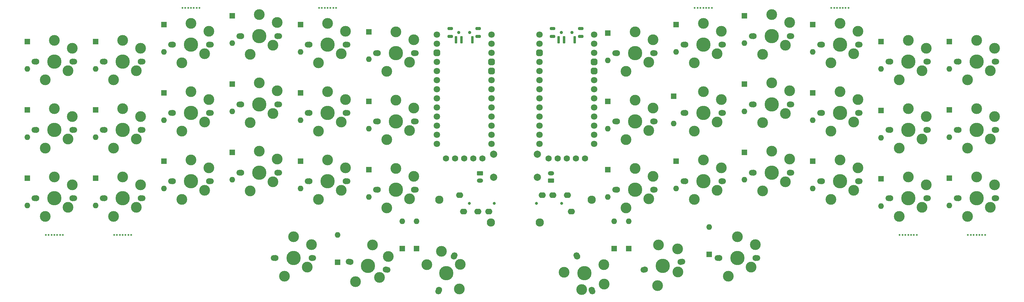
<source format=gts>
G04 #@! TF.GenerationSoftware,KiCad,Pcbnew,8.0.4*
G04 #@! TF.CreationDate,2025-02-19T18:48:15+13:00*
G04 #@! TF.ProjectId,Corne V4 Pro Micro Edition,436f726e-6520-4563-9420-50726f204d69,4.0.0*
G04 #@! TF.SameCoordinates,Original*
G04 #@! TF.FileFunction,Soldermask,Top*
G04 #@! TF.FilePolarity,Negative*
%FSLAX46Y46*%
G04 Gerber Fmt 4.6, Leading zero omitted, Abs format (unit mm)*
G04 Created by KiCad (PCBNEW 8.0.4) date 2025-02-19 18:48:15*
%MOMM*%
%LPD*%
G01*
G04 APERTURE LIST*
G04 Aperture macros list*
%AMRoundRect*
0 Rectangle with rounded corners*
0 $1 Rounding radius*
0 $2 $3 $4 $5 $6 $7 $8 $9 X,Y pos of 4 corners*
0 Add a 4 corners polygon primitive as box body*
4,1,4,$2,$3,$4,$5,$6,$7,$8,$9,$2,$3,0*
0 Add four circle primitives for the rounded corners*
1,1,$1+$1,$2,$3*
1,1,$1+$1,$4,$5*
1,1,$1+$1,$6,$7*
1,1,$1+$1,$8,$9*
0 Add four rect primitives between the rounded corners*
20,1,$1+$1,$2,$3,$4,$5,0*
20,1,$1+$1,$4,$5,$6,$7,0*
20,1,$1+$1,$6,$7,$8,$9,0*
20,1,$1+$1,$8,$9,$2,$3,0*%
G04 Aperture macros list end*
%ADD10C,0.500000*%
%ADD11C,1.800000*%
%ADD12RoundRect,0.450000X-0.450000X-0.450000X0.450000X-0.450000X0.450000X0.450000X-0.450000X0.450000X0*%
%ADD13C,2.300000*%
%ADD14C,2.000000*%
%ADD15RoundRect,0.250000X0.625000X-0.350000X0.625000X0.350000X-0.625000X0.350000X-0.625000X-0.350000X0*%
%ADD16O,1.750000X1.200000*%
%ADD17RoundRect,0.250000X0.500000X0.150000X-0.500000X0.150000X-0.500000X-0.150000X0.500000X-0.150000X0*%
%ADD18C,0.900000*%
%ADD19RoundRect,0.125000X0.225000X0.875000X-0.225000X0.875000X-0.225000X-0.875000X0.225000X-0.875000X0*%
%ADD20C,0.800000*%
%ADD21O,2.000000X1.600000*%
%ADD22C,1.752600*%
%ADD23RoundRect,0.250000X-0.625000X0.350000X-0.625000X-0.350000X0.625000X-0.350000X0.625000X0.350000X0*%
%ADD24C,1.700000*%
%ADD25C,1.750000*%
%ADD26C,3.000000*%
%ADD27C,3.987800*%
%ADD28O,1.600000X1.600000*%
%ADD29R,1.600000X1.600000*%
G04 APERTURE END LIST*
D10*
X65897337Y-116661250D03*
X66689004Y-116661250D03*
X67480670Y-116661250D03*
X68272337Y-116661250D03*
X69064004Y-116661250D03*
X69855670Y-116661250D03*
X70647337Y-116661250D03*
X142097337Y-53348750D03*
X142889004Y-53348750D03*
X143680670Y-53348750D03*
X144472337Y-53348750D03*
X145264004Y-53348750D03*
X146055670Y-53348750D03*
X146847337Y-53348750D03*
D11*
X190192337Y-63320000D03*
X190192337Y-65860000D03*
D12*
X190192337Y-68400000D03*
X190192337Y-70940000D03*
D11*
X190192337Y-73480000D03*
X190192337Y-76020000D03*
X190192337Y-78560000D03*
X190192337Y-81100000D03*
X190192337Y-83640000D03*
X190192337Y-86180000D03*
X190192337Y-88720000D03*
X190192337Y-91260000D03*
X174952337Y-63320000D03*
D12*
X174952337Y-65860000D03*
D11*
X174952337Y-68400000D03*
X174952337Y-70940000D03*
X174952337Y-73480000D03*
X174952337Y-76020000D03*
X174952337Y-78560000D03*
X174952337Y-81100000D03*
X174952337Y-83640000D03*
X174952337Y-86180000D03*
X174952337Y-88720000D03*
X174952337Y-91260000D03*
X174952337Y-60780000D03*
X190192337Y-60780000D03*
D10*
X246872339Y-53348750D03*
X247664006Y-53348750D03*
X248455672Y-53348750D03*
X249247339Y-53348750D03*
X250039006Y-53348750D03*
X250830672Y-53348750D03*
X251622339Y-53348750D03*
D13*
X218106776Y-106827800D03*
D10*
X84947337Y-116661250D03*
X85739004Y-116661250D03*
X86530670Y-116661250D03*
X87322337Y-116661250D03*
X88114004Y-116661250D03*
X88905670Y-116661250D03*
X89697337Y-116661250D03*
D13*
X203674776Y-113217400D03*
D14*
X202962502Y-94111250D03*
X202962502Y-100611250D03*
D15*
X206769675Y-101500000D03*
D16*
X206769675Y-99500000D03*
D17*
X186472337Y-61320000D03*
X186472337Y-59110000D03*
D18*
X184072337Y-60210000D03*
X181072337Y-60210000D03*
D17*
X178672337Y-61320000D03*
X178672337Y-59110000D03*
D19*
X184822337Y-62220000D03*
X181822337Y-62220000D03*
X180322337Y-62220000D03*
D17*
X215047339Y-61320000D03*
X215047339Y-59110000D03*
D18*
X212647339Y-60210000D03*
X209647339Y-60210000D03*
D17*
X207247339Y-61320000D03*
X207247339Y-59110000D03*
D19*
X213397339Y-62220000D03*
X210397339Y-62220000D03*
X208897339Y-62220000D03*
D10*
X284972337Y-53348750D03*
X285764004Y-53348750D03*
X286555670Y-53348750D03*
X287347337Y-53348750D03*
X288139004Y-53348750D03*
X288930670Y-53348750D03*
X289722337Y-53348750D03*
D20*
X190992337Y-107876250D03*
X183992337Y-107876250D03*
D21*
X181292337Y-105576250D03*
X182392337Y-110176250D03*
X186392337Y-110176250D03*
X189392337Y-110176250D03*
D20*
X202727339Y-107876250D03*
X209727339Y-107876250D03*
D21*
X212427339Y-110176250D03*
X211327339Y-105576250D03*
X207327339Y-105576250D03*
X204327339Y-105576250D03*
D11*
X218767339Y-63320000D03*
X218767339Y-65860000D03*
D12*
X218767339Y-68400000D03*
X218767339Y-70940000D03*
D11*
X218767339Y-73480000D03*
X218767339Y-76020000D03*
X218767339Y-78560000D03*
X218767339Y-81100000D03*
X218767339Y-83640000D03*
X218767339Y-86180000D03*
X218767339Y-88720000D03*
X218767339Y-91260000D03*
X203527339Y-63320000D03*
D12*
X203527339Y-65860000D03*
D11*
X203527339Y-68400000D03*
X203527339Y-70940000D03*
X203527339Y-73480000D03*
X203527339Y-76020000D03*
X203527339Y-78560000D03*
X203527339Y-81100000D03*
X203527339Y-83640000D03*
X203527339Y-86180000D03*
X203527339Y-88720000D03*
X203527339Y-91260000D03*
X203527339Y-60780000D03*
X218767339Y-60780000D03*
D22*
X206067339Y-95300000D03*
X208607339Y-95300000D03*
X211147339Y-95300000D03*
X213687339Y-95300000D03*
X216227339Y-95300000D03*
X177492337Y-95300000D03*
X180032337Y-95300000D03*
X182572337Y-95300000D03*
X185112337Y-95300000D03*
X187652337Y-95300000D03*
D10*
X323072337Y-116661250D03*
X323864004Y-116661250D03*
X324655670Y-116661250D03*
X325447337Y-116661250D03*
X326239004Y-116661250D03*
X327030670Y-116661250D03*
X327822337Y-116661250D03*
D23*
X186950001Y-99500000D03*
D16*
X186950001Y-101500000D03*
D14*
X190757174Y-94111250D03*
X190757174Y-100611250D03*
D10*
X304022337Y-116661250D03*
X304814004Y-116661250D03*
X305605670Y-116661250D03*
X306397337Y-116661250D03*
X307189004Y-116661250D03*
X307980670Y-116661250D03*
X308772337Y-116661250D03*
X103997337Y-53348750D03*
X104789004Y-53348750D03*
X105580670Y-53348750D03*
X106372337Y-53348750D03*
X107164004Y-53348750D03*
X107955670Y-53348750D03*
X108747337Y-53348750D03*
D24*
X158022337Y-65955000D03*
D25*
X158442337Y-65955000D03*
D26*
X160982337Y-71035000D03*
X163522337Y-60005000D03*
D27*
X163522337Y-65955000D03*
D26*
X167332337Y-68495000D03*
X168522337Y-62205000D03*
D25*
X168602337Y-65955000D03*
D24*
X169022337Y-65955000D03*
D28*
X298842339Y-89546250D03*
D29*
X298842339Y-81926250D03*
D28*
X60717337Y-70346250D03*
D29*
X60717337Y-62726250D03*
D24*
X300897339Y-87386250D03*
D25*
X301317339Y-87386250D03*
D26*
X303857339Y-92466250D03*
X306397339Y-81436250D03*
D27*
X306397339Y-87386250D03*
D26*
X310207339Y-89926250D03*
X311397339Y-83636250D03*
D25*
X311477339Y-87386250D03*
D24*
X311897339Y-87386250D03*
D28*
X79767337Y-89396250D03*
D29*
X79767337Y-81776250D03*
D28*
X155967337Y-87015000D03*
D29*
X155967337Y-79395000D03*
D24*
X281847339Y-101673750D03*
D25*
X282267339Y-101673750D03*
D26*
X284807339Y-106753750D03*
X287347339Y-95723750D03*
D27*
X287347339Y-101673750D03*
D26*
X291157339Y-104213750D03*
X292347339Y-97923750D03*
D25*
X292427339Y-101673750D03*
D24*
X292847339Y-101673750D03*
D28*
X136917337Y-84633750D03*
D29*
X136917337Y-77013750D03*
D24*
X253272339Y-123105000D03*
D25*
X253692339Y-123105000D03*
D26*
X256232339Y-128185000D03*
X258772339Y-117155000D03*
D27*
X258772339Y-123105000D03*
D26*
X262582339Y-125645000D03*
X263772339Y-119355000D03*
D25*
X263852339Y-123105000D03*
D24*
X264272339Y-123105000D03*
D28*
X317892339Y-89396250D03*
D29*
X317892339Y-81776250D03*
D24*
X129447337Y-123105000D03*
D25*
X129867337Y-123105000D03*
D26*
X132407337Y-128185000D03*
X134947337Y-117155000D03*
D27*
X134947337Y-123105000D03*
D26*
X138757337Y-125645000D03*
X139947337Y-119355000D03*
D25*
X140027337Y-123105000D03*
D24*
X140447337Y-123105000D03*
X138972337Y-63573750D03*
D25*
X139392337Y-63573750D03*
D26*
X141932337Y-68653750D03*
X144472337Y-57623750D03*
D27*
X144472337Y-63573750D03*
D26*
X148282337Y-66113750D03*
X149472337Y-59823750D03*
D25*
X149552337Y-63573750D03*
D24*
X149972337Y-63573750D03*
X262797339Y-99292500D03*
D25*
X263217339Y-99292500D03*
D26*
X265757339Y-104372500D03*
X268297339Y-93342500D03*
D27*
X268297339Y-99292500D03*
D26*
X272107339Y-101832500D03*
X273297339Y-95542500D03*
D25*
X273377339Y-99292500D03*
D24*
X273797339Y-99292500D03*
D28*
X98817337Y-84633750D03*
D29*
X98817337Y-77013750D03*
D28*
X60717337Y-89396250D03*
D29*
X60717337Y-81776250D03*
D28*
X317892339Y-70346250D03*
D29*
X317892339Y-62726250D03*
D28*
X241022339Y-85601250D03*
D29*
X241022339Y-77981250D03*
D28*
X79767337Y-108446250D03*
D29*
X79767337Y-100826250D03*
D28*
X224419676Y-112890000D03*
D29*
X224419676Y-120510000D03*
D24*
X262797339Y-80242500D03*
D25*
X263217339Y-80242500D03*
D26*
X265757339Y-85322500D03*
X268297339Y-74292500D03*
D27*
X268297339Y-80242500D03*
D26*
X272107339Y-82782500D03*
X273297339Y-76492500D03*
D25*
X273377339Y-80242500D03*
D24*
X273797339Y-80242500D03*
D13*
X175612900Y-106827800D03*
D24*
X300897339Y-106436250D03*
D25*
X301317339Y-106436250D03*
D26*
X303857339Y-111516250D03*
X306397339Y-100486250D03*
D27*
X306397339Y-106436250D03*
D26*
X310207339Y-108976250D03*
X311397339Y-102686250D03*
D25*
X311477339Y-106436250D03*
D24*
X311897339Y-106436250D03*
D28*
X260742339Y-63202500D03*
D29*
X260742339Y-55582500D03*
D28*
X260742339Y-101302500D03*
D29*
X260742339Y-93682500D03*
D24*
X100872337Y-63573750D03*
D25*
X101292337Y-63573750D03*
D26*
X103832337Y-68653750D03*
X106372337Y-57623750D03*
D27*
X106372337Y-63573750D03*
D26*
X110182337Y-66113750D03*
X111372337Y-59823750D03*
D25*
X111452337Y-63573750D03*
D24*
X111872337Y-63573750D03*
X119922337Y-80242500D03*
D25*
X120342337Y-80242500D03*
D26*
X122882337Y-85322500D03*
X125422337Y-74292500D03*
D27*
X125422337Y-80242500D03*
D26*
X129232337Y-82782500D03*
X130422337Y-76492500D03*
D25*
X130502337Y-80242500D03*
D24*
X130922337Y-80242500D03*
X100872337Y-82623750D03*
D25*
X101292337Y-82623750D03*
D26*
X103832337Y-87703750D03*
X106372337Y-76673750D03*
D27*
X106372337Y-82623750D03*
D26*
X110182337Y-85163750D03*
X111372337Y-78873750D03*
D25*
X111452337Y-82623750D03*
D24*
X111872337Y-82623750D03*
X300897339Y-68336250D03*
D25*
X301317339Y-68336250D03*
D26*
X303857339Y-73416250D03*
X306397339Y-62386250D03*
D27*
X306397339Y-68336250D03*
D26*
X310207339Y-70876250D03*
X311397339Y-64586250D03*
D25*
X311477339Y-68336250D03*
D24*
X311897339Y-68336250D03*
X319947339Y-68336250D03*
D25*
X320367339Y-68336250D03*
D26*
X322907339Y-73416250D03*
X325447339Y-62386250D03*
D27*
X325447339Y-68336250D03*
D26*
X329257339Y-70876250D03*
X330447339Y-64586250D03*
D25*
X330527339Y-68336250D03*
D24*
X330947339Y-68336250D03*
D13*
X190044900Y-113217400D03*
D24*
X150380857Y-124143797D03*
D25*
X150791770Y-124230690D03*
D26*
X152225829Y-129726276D03*
X156992842Y-119460407D03*
D27*
X155761863Y-125281677D03*
D26*
X158963939Y-128554964D03*
X161429514Y-122647245D03*
D25*
X160731956Y-126332664D03*
D24*
X161142869Y-126419557D03*
X224697339Y-65955000D03*
D25*
X225117339Y-65955000D03*
D26*
X227657339Y-71035000D03*
X230197339Y-60005000D03*
D27*
X230197339Y-65955000D03*
D26*
X234007339Y-68495000D03*
X235197339Y-62205000D03*
D25*
X235277339Y-65955000D03*
D24*
X235697339Y-65955000D03*
X119922337Y-61192500D03*
D25*
X120342337Y-61192500D03*
D26*
X122882337Y-66272500D03*
X125422337Y-55242500D03*
D27*
X125422337Y-61192500D03*
D26*
X129232337Y-63732500D03*
X130422337Y-57442500D03*
D25*
X130502337Y-61192500D03*
D24*
X130922337Y-61192500D03*
X243747339Y-82623750D03*
D25*
X244167339Y-82623750D03*
D26*
X246707339Y-87703750D03*
X249247339Y-76673750D03*
D27*
X249247339Y-82623750D03*
D26*
X253057339Y-85163750D03*
X254247339Y-78873750D03*
D25*
X254327339Y-82623750D03*
D24*
X254747339Y-82623750D03*
X81822337Y-87386250D03*
D25*
X82242337Y-87386250D03*
D26*
X84782337Y-92466250D03*
X87322337Y-81436250D03*
D27*
X87322337Y-87386250D03*
D26*
X91132337Y-89926250D03*
X92322337Y-83636250D03*
D25*
X92402337Y-87386250D03*
D24*
X92822337Y-87386250D03*
D28*
X222642339Y-87015000D03*
D29*
X222642339Y-79395000D03*
D28*
X260742339Y-82252500D03*
D29*
X260742339Y-74632500D03*
D28*
X165300000Y-112890000D03*
D29*
X165300000Y-120510000D03*
D24*
X62772337Y-106436250D03*
D25*
X63192337Y-106436250D03*
D26*
X65732337Y-111516250D03*
X68272337Y-100486250D03*
D27*
X68272337Y-106436250D03*
D26*
X72082337Y-108976250D03*
X73272337Y-102686250D03*
D25*
X73352337Y-106436250D03*
D24*
X73772337Y-106436250D03*
X224697339Y-85005000D03*
D25*
X225117339Y-85005000D03*
D26*
X227657339Y-90085000D03*
X230197339Y-79055000D03*
D27*
X230197339Y-85005000D03*
D26*
X234007339Y-87545000D03*
X235197339Y-81255000D03*
D25*
X235277339Y-85005000D03*
D24*
X235697339Y-85005000D03*
X213889451Y-122333539D03*
D25*
X214059476Y-122717585D03*
D26*
X210442597Y-127096647D03*
X221556626Y-124954020D03*
D27*
X216115974Y-127362713D03*
D26*
X215335783Y-131874808D03*
X221569069Y-130416606D03*
D25*
X218172472Y-132007841D03*
D24*
X218342497Y-132391887D03*
D28*
X222642339Y-67965000D03*
D29*
X222642339Y-60345000D03*
D28*
X222642339Y-106065000D03*
D29*
X222642339Y-98445000D03*
D24*
X138972337Y-101673750D03*
D25*
X139392337Y-101673750D03*
D26*
X141932337Y-106753750D03*
X144472337Y-95723750D03*
D27*
X144472337Y-101673750D03*
D26*
X148282337Y-104213750D03*
X149472337Y-97923750D03*
D25*
X149552337Y-101673750D03*
D24*
X149972337Y-101673750D03*
D28*
X147300000Y-116690000D03*
D29*
X147300000Y-124310000D03*
D28*
X250872339Y-114431250D03*
D29*
X250872339Y-122051250D03*
D24*
X281847339Y-63573750D03*
D25*
X282267339Y-63573750D03*
D26*
X284807339Y-68653750D03*
X287347339Y-57623750D03*
D27*
X287347339Y-63573750D03*
D26*
X291157339Y-66113750D03*
X292347339Y-59823750D03*
D25*
X292427339Y-63573750D03*
D24*
X292847339Y-63573750D03*
D28*
X136917337Y-65583750D03*
D29*
X136917337Y-57963750D03*
D28*
X298842339Y-70346250D03*
D29*
X298842339Y-62726250D03*
D28*
X155967337Y-67610000D03*
D29*
X155967337Y-59990000D03*
D28*
X241692339Y-103683750D03*
D29*
X241692339Y-96063750D03*
D28*
X117867337Y-63202500D03*
D29*
X117867337Y-55582500D03*
D24*
X224697339Y-104055000D03*
D25*
X225117339Y-104055000D03*
D26*
X227657339Y-109135000D03*
X230197339Y-98105000D03*
D27*
X230197339Y-104055000D03*
D26*
X234007339Y-106595000D03*
X235197339Y-100305000D03*
D25*
X235277339Y-104055000D03*
D24*
X235697339Y-104055000D03*
D28*
X169300000Y-112890000D03*
D29*
X169300000Y-120510000D03*
D28*
X241692339Y-65583750D03*
D29*
X241692339Y-57963750D03*
D24*
X232576807Y-126419557D03*
D25*
X232987720Y-126332664D03*
D26*
X236523754Y-130777264D03*
X236726834Y-119460407D03*
D27*
X237957813Y-125281677D03*
D26*
X242210876Y-126978483D03*
X242073810Y-120578373D03*
D25*
X242927906Y-124230690D03*
D24*
X243338819Y-124143797D03*
D28*
X317892339Y-108446250D03*
D29*
X317892339Y-100826250D03*
D28*
X298842339Y-108596250D03*
D29*
X298842339Y-100976250D03*
D24*
X119922337Y-99292500D03*
D25*
X120342337Y-99292500D03*
D26*
X122882337Y-104372500D03*
X125422337Y-93342500D03*
D27*
X125422337Y-99292500D03*
D26*
X129232337Y-101832500D03*
X130422337Y-95542500D03*
D25*
X130502337Y-99292500D03*
D24*
X130922337Y-99292500D03*
D28*
X79767337Y-70346250D03*
D29*
X79767337Y-62726250D03*
D28*
X155967337Y-106065000D03*
D29*
X155967337Y-98445000D03*
D28*
X279792339Y-65583750D03*
D29*
X279792339Y-57963750D03*
D24*
X319947339Y-106436250D03*
D25*
X320367339Y-106436250D03*
D26*
X322907339Y-111516250D03*
X325447339Y-100486250D03*
D27*
X325447339Y-106436250D03*
D26*
X329257339Y-108976250D03*
X330447339Y-102686250D03*
D25*
X330527339Y-106436250D03*
D24*
X330947339Y-106436250D03*
D28*
X60717337Y-108446250D03*
D29*
X60717337Y-100826250D03*
D24*
X100872337Y-101673750D03*
D25*
X101292337Y-101673750D03*
D26*
X103832337Y-106753750D03*
X106372337Y-95723750D03*
D27*
X106372337Y-101673750D03*
D26*
X110182337Y-104213750D03*
X111372337Y-97923750D03*
D25*
X111452337Y-101673750D03*
D24*
X111872337Y-101673750D03*
X62772337Y-68336250D03*
D25*
X63192337Y-68336250D03*
D26*
X65732337Y-73416250D03*
X68272337Y-62386250D03*
D27*
X68272337Y-68336250D03*
D26*
X72082337Y-70876250D03*
X73272337Y-64586250D03*
D25*
X73352337Y-68336250D03*
D24*
X73772337Y-68336250D03*
X262797339Y-61192500D03*
D25*
X263217339Y-61192500D03*
D26*
X265757339Y-66272500D03*
X268297339Y-55242500D03*
D27*
X268297339Y-61192500D03*
D26*
X272107339Y-63732500D03*
X273297339Y-57442500D03*
D25*
X273377339Y-61192500D03*
D24*
X273797339Y-61192500D03*
D28*
X279792339Y-84633750D03*
D29*
X279792339Y-77013750D03*
D24*
X62772337Y-87386250D03*
D25*
X63192337Y-87386250D03*
D26*
X65732337Y-92466250D03*
X68272337Y-81436250D03*
D27*
X68272337Y-87386250D03*
D26*
X72082337Y-89926250D03*
X73272337Y-83636250D03*
D25*
X73352337Y-87386250D03*
D24*
X73772337Y-87386250D03*
X81822337Y-68336250D03*
D25*
X82242337Y-68336250D03*
D26*
X84782337Y-73416250D03*
X87322337Y-62386250D03*
D27*
X87322337Y-68336250D03*
D26*
X91132337Y-70876250D03*
X92322337Y-64586250D03*
D25*
X92402337Y-68336250D03*
D24*
X92822337Y-68336250D03*
D28*
X117867337Y-101302500D03*
D29*
X117867337Y-93682500D03*
D28*
X279792339Y-103683750D03*
D29*
X279792339Y-96063750D03*
D24*
X319947339Y-87386250D03*
D25*
X320367339Y-87386250D03*
D26*
X322907339Y-92466250D03*
X325447339Y-81436250D03*
D27*
X325447339Y-87386250D03*
D26*
X329257339Y-89926250D03*
X330447339Y-83636250D03*
D25*
X330527339Y-87386250D03*
D24*
X330947339Y-87386250D03*
X281847339Y-82623750D03*
D25*
X282267339Y-82623750D03*
D26*
X284807339Y-87703750D03*
X287347339Y-76673750D03*
D27*
X287347339Y-82623750D03*
D26*
X291157339Y-85163750D03*
X292347339Y-78873750D03*
D25*
X292427339Y-82623750D03*
D24*
X292847339Y-82623750D03*
X81822337Y-106436250D03*
D25*
X82242337Y-106436250D03*
D26*
X84782337Y-111516250D03*
X87322337Y-100486250D03*
D27*
X87322337Y-106436250D03*
D26*
X91132337Y-108976250D03*
X92322337Y-102686250D03*
D25*
X92402337Y-106436250D03*
D24*
X92822337Y-106436250D03*
D28*
X98817337Y-103683750D03*
D29*
X98817337Y-96063750D03*
D28*
X136917337Y-103683750D03*
D29*
X136917337Y-96063750D03*
D24*
X175377179Y-132391887D03*
D25*
X175547204Y-132007841D03*
D26*
X181220581Y-131741775D03*
X172163050Y-124954020D03*
D27*
X177603702Y-127362713D03*
D26*
X181468640Y-124907116D03*
X176198832Y-121272652D03*
D25*
X179660200Y-122717585D03*
D24*
X179830225Y-122333539D03*
X243747339Y-63573750D03*
D25*
X244167339Y-63573750D03*
D26*
X246707339Y-68653750D03*
X249247339Y-57623750D03*
D27*
X249247339Y-63573750D03*
D26*
X253057339Y-66113750D03*
X254247339Y-59823750D03*
D25*
X254327339Y-63573750D03*
D24*
X254747339Y-63573750D03*
X158022337Y-104055000D03*
D25*
X158442337Y-104055000D03*
D26*
X160982337Y-109135000D03*
X163522337Y-98105000D03*
D27*
X163522337Y-104055000D03*
D26*
X167332337Y-106595000D03*
X168522337Y-100305000D03*
D25*
X168602337Y-104055000D03*
D24*
X169022337Y-104055000D03*
X138972337Y-82623750D03*
D25*
X139392337Y-82623750D03*
D26*
X141932337Y-87703750D03*
X144472337Y-76673750D03*
D27*
X144472337Y-82623750D03*
D26*
X148282337Y-85163750D03*
X149472337Y-78873750D03*
D25*
X149552337Y-82623750D03*
D24*
X149972337Y-82623750D03*
X158022337Y-85005000D03*
D25*
X158442337Y-85005000D03*
D26*
X160982337Y-90085000D03*
X163522337Y-79055000D03*
D27*
X163522337Y-85005000D03*
D26*
X167332337Y-87545000D03*
X168522337Y-81255000D03*
D25*
X168602337Y-85005000D03*
D24*
X169022337Y-85005000D03*
D28*
X228419676Y-112890000D03*
D29*
X228419676Y-120510000D03*
D28*
X98817337Y-65583750D03*
D29*
X98817337Y-57963750D03*
D28*
X117867337Y-82252500D03*
D29*
X117867337Y-74632500D03*
D24*
X243747339Y-101673750D03*
D25*
X244167339Y-101673750D03*
D26*
X246707339Y-106753750D03*
X249247339Y-95723750D03*
D27*
X249247339Y-101673750D03*
D26*
X253057339Y-104213750D03*
X254247339Y-97923750D03*
D25*
X254327339Y-101673750D03*
D24*
X254747339Y-101673750D03*
M02*

</source>
